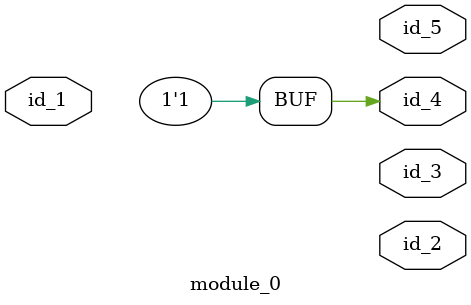
<source format=v>
module module_0 (
    id_1,
    id_2,
    id_3,
    id_4,
    id_5
);
  output id_5;
  output id_4;
  output id_3;
  output id_2;
  input id_1;
  assign id_4 = 1;
endmodule

</source>
